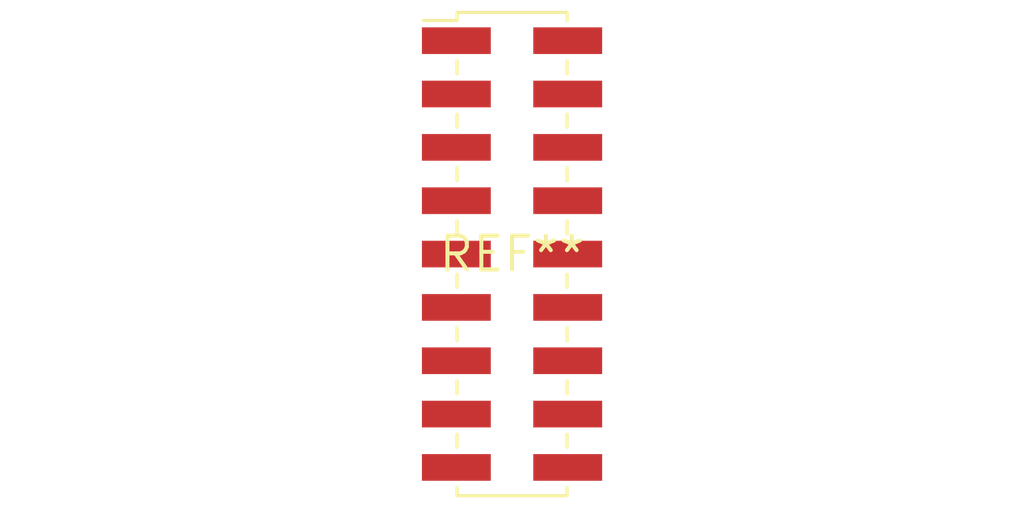
<source format=kicad_pcb>
(kicad_pcb (version 20240108) (generator pcbnew)
  (layers (0 "F.Cu" signal) (31 "B.Cu" signal) (34 "B.Paste" user) (35 "F.Paste" user) (36 "B.SilkS" user "B.Silkscreen") (37 "F.SilkS" user "F.Silkscreen") (38 "B.Mask" user) (39 "F.Mask" user) (44 "Edge.Cuts" user))
  (net 0 "")
  (footprint "PinHeader_2x09_P2.00mm_Vertical_SMD" (layer "F.Cu") (at 0 0)
    (property "Reference" "REF**")
    (property "Value" "PinHeader_2x09_P2.00mm_Vertical_SMD")
    (fp_line (start -3.315 -8.76) (end -2.06 -8.76) (layer "F.SilkS") (stroke (width 0.12)))
    (fp_line (start -2.06 -9.06) (end -2.06 -8.76) (layer "F.SilkS") (stroke (width 0.12)))
    (fp_line (start -2.06 -9.06) (end 2.06 -9.06) (layer "F.SilkS") (stroke (width 0.12)))
    (fp_line (start -2.06 -7.24) (end -2.06 -6.76) (layer "F.SilkS") (stroke (width 0.12)))
    (fp_line (start -2.06 -5.24) (end -2.06 -4.76) (layer "F.SilkS") (stroke (width 0.12)))
    (fp_line (start -2.06 -3.24) (end -2.06 -2.76) (layer "F.SilkS") (stroke (width 0.12)))
    (fp_line (start -2.06 -1.24) (end -2.06 -0.76) (layer "F.SilkS") (stroke (width 0.12)))
    (fp_line (start -2.06 0.76) (end -2.06 1.24) (layer "F.SilkS") (stroke (width 0.12)))
    (fp_line (start -2.06 2.76) (end -2.06 3.24) (layer "F.SilkS") (stroke (width 0.12)))
    (fp_line (start -2.06 4.76) (end -2.06 5.24) (layer "F.SilkS") (stroke (width 0.12)))
    (fp_line (start -2.06 6.76) (end -2.06 7.24) (layer "F.SilkS") (stroke (width 0.12)))
    (fp_line (start -2.06 8.76) (end -2.06 9.06) (layer "F.SilkS") (stroke (width 0.12)))
    (fp_line (start -2.06 9.06) (end 2.06 9.06) (layer "F.SilkS") (stroke (width 0.12)))
    (fp_line (start 2.06 -9.06) (end 2.06 -8.76) (layer "F.SilkS") (stroke (width 0.12)))
    (fp_line (start 2.06 -7.24) (end 2.06 -6.76) (layer "F.SilkS") (stroke (width 0.12)))
    (fp_line (start 2.06 -5.24) (end 2.06 -4.76) (layer "F.SilkS") (stroke (width 0.12)))
    (fp_line (start 2.06 -3.24) (end 2.06 -2.76) (layer "F.SilkS") (stroke (width 0.12)))
    (fp_line (start 2.06 -1.24) (end 2.06 -0.76) (layer "F.SilkS") (stroke (width 0.12)))
    (fp_line (start 2.06 0.76) (end 2.06 1.24) (layer "F.SilkS") (stroke (width 0.12)))
    (fp_line (start 2.06 2.76) (end 2.06 3.24) (layer "F.SilkS") (stroke (width 0.12)))
    (fp_line (start 2.06 4.76) (end 2.06 5.24) (layer "F.SilkS") (stroke (width 0.12)))
    (fp_line (start 2.06 6.76) (end 2.06 7.24) (layer "F.SilkS") (stroke (width 0.12)))
    (fp_line (start 2.06 8.76) (end 2.06 9.06) (layer "F.SilkS") (stroke (width 0.12)))
    (pad "1" smd rect (at -2.085 -8) (size 2.58 1) (layers "F.Cu" "F.Paste" "F.Mask"))
    (pad "2" smd rect (at 2.085 -8) (size 2.58 1) (layers "F.Cu" "F.Paste" "F.Mask"))
    (pad "3" smd rect (at -2.085 -6) (size 2.58 1) (layers "F.Cu" "F.Paste" "F.Mask"))
    (pad "4" smd rect (at 2.085 -6) (size 2.58 1) (layers "F.Cu" "F.Paste" "F.Mask"))
    (pad "5" smd rect (at -2.085 -4) (size 2.58 1) (layers "F.Cu" "F.Paste" "F.Mask"))
    (pad "6" smd rect (at 2.085 -4) (size 2.58 1) (layers "F.Cu" "F.Paste" "F.Mask"))
    (pad "7" smd rect (at -2.085 -2) (size 2.58 1) (layers "F.Cu" "F.Paste" "F.Mask"))
    (pad "8" smd rect (at 2.085 -2) (size 2.58 1) (layers "F.Cu" "F.Paste" "F.Mask"))
    (pad "9" smd rect (at -2.085 0) (size 2.58 1) (layers "F.Cu" "F.Paste" "F.Mask"))
    (pad "10" smd rect (at 2.085 0) (size 2.58 1) (layers "F.Cu" "F.Paste" "F.Mask"))
    (pad "11" smd rect (at -2.085 2) (size 2.58 1) (layers "F.Cu" "F.Paste" "F.Mask"))
    (pad "12" smd rect (at 2.085 2) (size 2.58 1) (layers "F.Cu" "F.Paste" "F.Mask"))
    (pad "13" smd rect (at -2.085 4) (size 2.58 1) (layers "F.Cu" "F.Paste" "F.Mask"))
    (pad "14" smd rect (at 2.085 4) (size 2.58 1) (layers "F.Cu" "F.Paste" "F.Mask"))
    (pad "15" smd rect (at -2.085 6) (size 2.58 1) (layers "F.Cu" "F.Paste" "F.Mask"))
    (pad "16" smd rect (at 2.085 6) (size 2.58 1) (layers "F.Cu" "F.Paste" "F.Mask"))
    (pad "17" smd rect (at -2.085 8) (size 2.58 1) (layers "F.Cu" "F.Paste" "F.Mask"))
    (pad "18" smd rect (at 2.085 8) (size 2.58 1) (layers "F.Cu" "F.Paste" "F.Mask"))
  )
)
</source>
